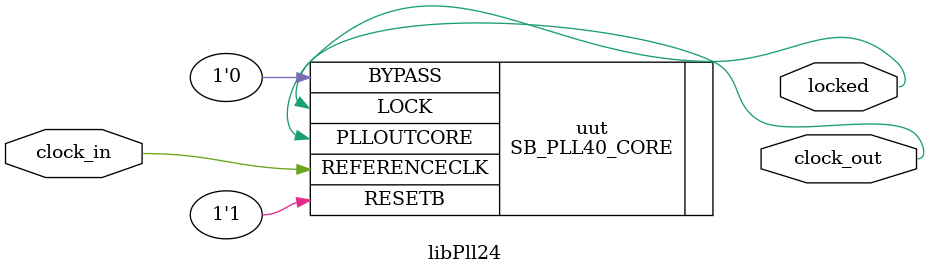
<source format=sv>
/**
 * PLL configuration
 *
 * This Verilog module was generated automatically
 * using the icepll tool from the IceStorm project.
 * Use at your own risk.
 *
 * Given input frequency:        12.000 MHz
 * Requested output frequency:   24.000 MHz
 * Achieved output frequency:    24.000 MHz
 */

module libPll24(
	input  clock_in,
	output clock_out,
	output locked
	);

SB_PLL40_CORE #(
		.FEEDBACK_PATH("SIMPLE"),
		.DIVR(4'b0000),		// DIVR =  0
		.DIVF(7'b0111111),	// DIVF = 63
		.DIVQ(3'b101),		// DIVQ =  5
		.FILTER_RANGE(3'b001)	// FILTER_RANGE = 1
	) uut (
		.LOCK(locked),
		.RESETB(1'b1),
		.BYPASS(1'b0),
		.REFERENCECLK(clock_in),
		.PLLOUTCORE(clock_out)
		);

endmodule

</source>
